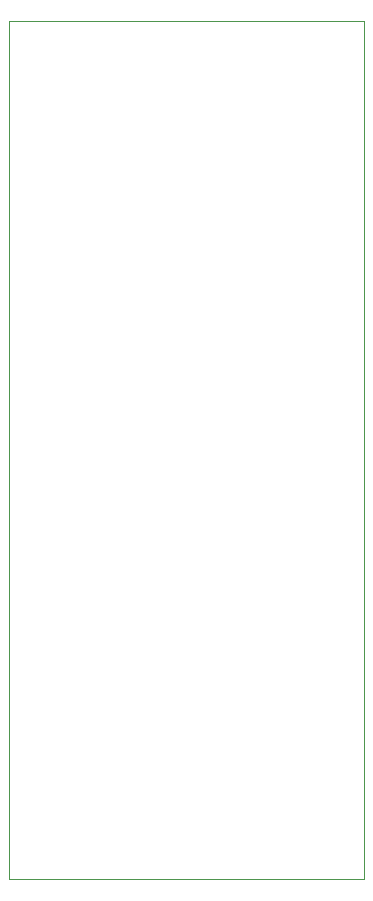
<source format=gbr>
%TF.GenerationSoftware,KiCad,Pcbnew,7.0.2-0*%
%TF.CreationDate,2023-08-03T08:32:46-04:00*%
%TF.ProjectId,Turbidity_v10,54757262-6964-4697-9479-5f7631302e6b,10*%
%TF.SameCoordinates,Original*%
%TF.FileFunction,Profile,NP*%
%FSLAX46Y46*%
G04 Gerber Fmt 4.6, Leading zero omitted, Abs format (unit mm)*
G04 Created by KiCad (PCBNEW 7.0.2-0) date 2023-08-03 08:32:46*
%MOMM*%
%LPD*%
G01*
G04 APERTURE LIST*
%TA.AperFunction,Profile*%
%ADD10C,0.100000*%
%TD*%
G04 APERTURE END LIST*
D10*
X132560000Y-57680000D02*
X162560000Y-57680000D01*
X132560000Y-130280000D02*
X132560000Y-57680000D01*
X162560000Y-57680000D02*
X162560000Y-130280000D01*
X162560000Y-130280000D02*
X132560000Y-130280000D01*
M02*

</source>
